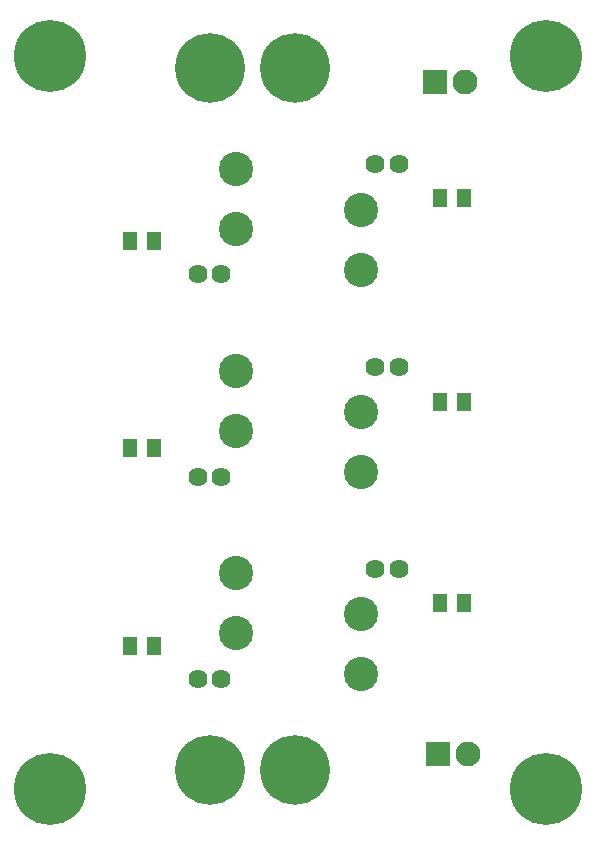
<source format=gbs>
G04 Layer: BottomSolderMaskLayer*
G04 EasyEDA Pro v2.2.32.3, 2024-11-26 15:57:28*
G04 Gerber Generator version 0.3*
G04 Scale: 100 percent, Rotated: No, Reflected: No*
G04 Dimensions in millimeters*
G04 Leading zeros omitted, absolute positions, 3 integers and 5 decimals*
%FSLAX35Y35*%
%MOMM*%
%AMRoundRect*1,1,$1,$2,$3*1,1,$1,$4,$5*1,1,$1,0-$2,0-$3*1,1,$1,0-$4,0-$5*20,1,$1,$2,$3,$4,$5,0*20,1,$1,$4,$5,0-$2,0-$3,0*20,1,$1,0-$2,0-$3,0-$4,0-$5,0*20,1,$1,0-$4,0-$5,$2,$3,0*4,1,4,$2,$3,$4,$5,0-$2,0-$3,0-$4,0-$5,$2,$3,0*%
%ADD10C,6.102*%
%ADD11RoundRect,0.09728X-1.00236X1.00236X1.00236X1.00236*%
%ADD12C,2.102*%
%ADD13C,2.89999*%
%ADD14C,1.624*%
%ADD15C,5.89999*%
%ADD16RoundRect,0.09387X0.57013X-0.69237X-0.57013X-0.69237*%
%ADD17RoundRect,0.09387X-0.57013X0.69237X0.57013X0.69237*%
G75*


G04 Pad Start*
G54D10*
G01X5707243Y6541859D03*
G01X5708294Y339949D03*
G01X9907947Y342523D03*
G01X9906884Y6542427D03*
G54D11*
G01X8966167Y6322543D03*
G54D12*
G01X9220167Y6322543D03*
G54D13*
G01X8337461Y4733039D03*
G01X8337461Y5241039D03*
G54D14*
G01X8460473Y5626052D03*
G01X8660473Y5626052D03*
G54D15*
G01X7060645Y6440219D03*
G01X7780633Y6440219D03*
G54D13*
G01X8337461Y3022135D03*
G01X8337461Y3530135D03*
G54D14*
G01X8460473Y3915149D03*
G01X8660473Y3915149D03*
G54D13*
G01X8337461Y1311232D03*
G01X8337461Y1819232D03*
G54D14*
G01X8460473Y2204245D03*
G01X8660473Y2204245D03*
G54D13*
G01X7279273Y3877044D03*
G01X7279273Y3369044D03*
G54D14*
G01X7156261Y2984030D03*
G01X6956261Y2984030D03*
G54D16*
G01X9008567Y5344643D03*
G01X9208567Y5344643D03*
G01X9008567Y3617443D03*
G01X9208567Y3617443D03*
G01X9008567Y1915643D03*
G01X9208567Y1915643D03*
G54D17*
G01X6582767Y1547343D03*
G01X6382767Y1547343D03*
G01X6582767Y3223743D03*
G01X6382767Y3223743D03*
G01X6582767Y4976343D03*
G01X6382767Y4976343D03*
G54D13*
G01X7279273Y2166140D03*
G01X7279273Y1658140D03*
G54D14*
G01X7156261Y1273127D03*
G01X6956261Y1273127D03*
G54D13*
G01X7279273Y5587947D03*
G01X7279273Y5079947D03*
G54D14*
G01X7156261Y4694934D03*
G01X6956261Y4694934D03*
G54D15*
G01X7062113Y503081D03*
G01X7782102Y503081D03*
G54D11*
G01X8986537Y630826D03*
G54D12*
G01X9240537Y630826D03*
G04 Pad End*

M02*


</source>
